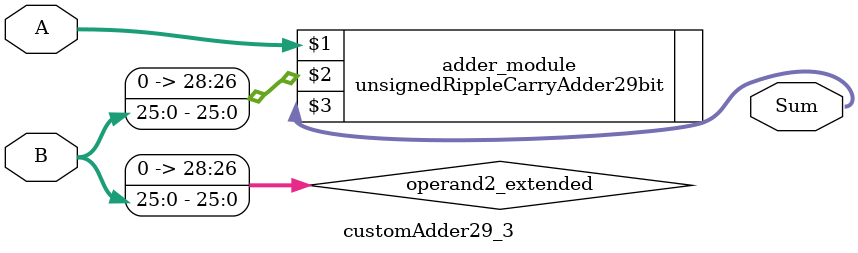
<source format=v>

module customAdder29_3(
                    input [28 : 0] A,
                    input [25 : 0] B,
                    
                    output [29 : 0] Sum
            );

    wire [28 : 0] operand2_extended;
    
    assign operand2_extended =  {3'b0, B};
    
    unsignedRippleCarryAdder29bit adder_module(
        A,
        operand2_extended,
        Sum
    );
    
endmodule
        
</source>
